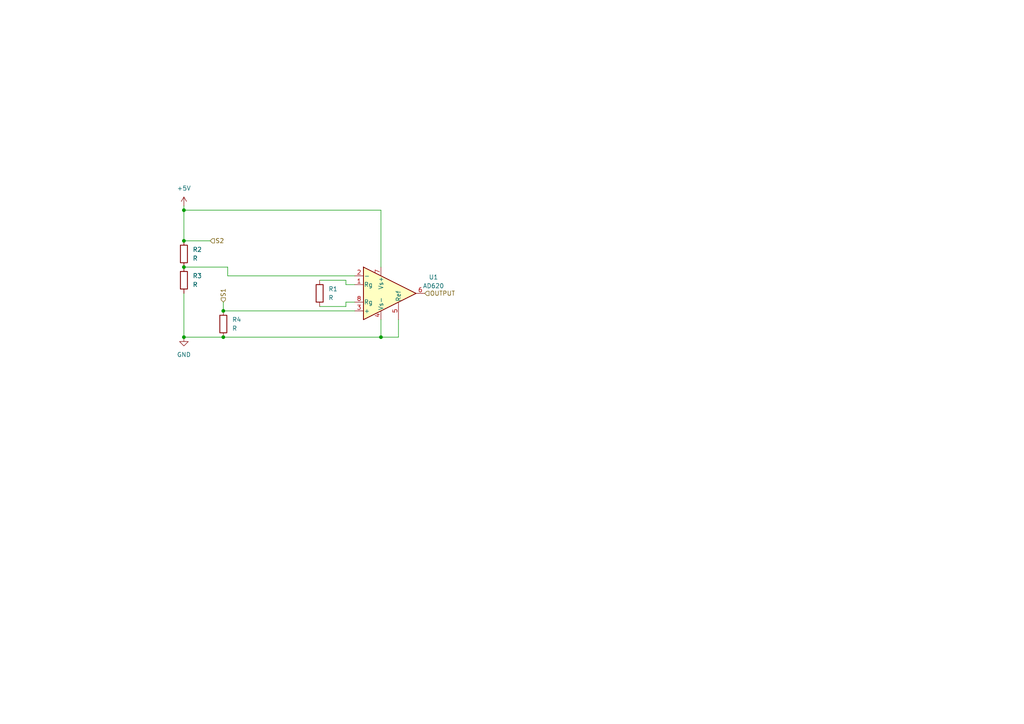
<source format=kicad_sch>
(kicad_sch (version 20211123) (generator eeschema)
  (paper "A4")
  (lib_symbols
    (symbol "Amplifier_Instrumentation:AD620" (pin_names (offset 0.127))
      (property "Reference" "U" (at 3.81 7.62 0))
      (property "Value" "AD620" (at 5.08 5.08 0))
      (symbol "AD620_0_1"
        (polyline (pts (xy -7.62 7.62) (xy -7.62 -7.62) (xy 7.62 0) (xy -7.62 7.62)) (stroke (width 0.254)) (fill (type background)))
      )
      (symbol "AD620_1_1"
        (pin passive line (at -10.16 2.54 0) (length 2.54) (name "Rg") (number "1"))
        (pin input line (at -10.16 5.08 0) (length 2.54) (name "-") (number "2"))
        (pin input line (at -10.16 -5.08 0) (length 2.54) (name "+") (number "3"))
        (pin power_in line (at -2.54 -7.62 90) (length 2.54) (name "Vs-") (number "4"))
        (pin passive line (at 2.54 -7.62 90) (length 5.08) (name "Ref") (number "5"))
        (pin output line (at 10.16 0 180) (length 2.54) (name "~") (number "6"))
        (pin power_in line (at -2.54 7.62 270) (length 2.54) (name "Vs+") (number "7"))
        (pin passive line (at -10.16 -2.54 0) (length 2.54) (name "Rg") (number "8"))
      )
    )
    (symbol "Device:R" (pin_numbers hide) (pin_names (offset 0))
      (property "Reference" "R" (at 2.032 0 90))
      (property "Value" "R" (at 0 0 90))
      (symbol "R_0_1"
        (rectangle (start -1.016 -2.54) (end 1.016 2.54) (stroke (width 0.254)))
      )
      (symbol "R_1_1"
        (pin passive line (at 0 3.81 270) (length 1.27) (name "~") (number "1"))
        (pin passive line (at 0 -3.81 90) (length 1.27) (name "~") (number "2"))
      )
    )
    (symbol "power:+5V" (power) (pin_names (offset 0))
      (property "Value" "+5V" (at 0 3.556 0))
      (symbol "+5V_0_1"
        (polyline (pts (xy -0.762 1.27) (xy 0 2.54)))
        (polyline (pts (xy 0 0) (xy 0 2.54)))
        (polyline (pts (xy 0 2.54) (xy 0.762 1.27)))
      )
      (symbol "+5V_1_1"
        (pin power_in line (at 0 0 90) (length 0) hide (name "+5V") (number "1"))
      )
    )
    (symbol "power:GND" (power) (pin_names (offset 0))
      (property "Value" "GND" (at 0 -3.81 0))
      (symbol "GND_0_1"
        (polyline (pts (xy 0 0) (xy 0 -1.27) (xy 1.27 -1.27) (xy 0 -2.54) (xy -1.27 -1.27) (xy 0 -1.27)))
      )
      (symbol "GND_1_1"
        (pin power_in line (at 0 0 270) (length 0) hide (name "GND") (number "1"))
      )
    )
  )
  (junction (at 53.34 97.79))
  (junction (at 53.34 60.96))
  (junction (at 64.77 90.17))
  (junction (at 53.34 69.85))
  (junction (at 110.49 97.79))
  (junction (at 64.77 97.79))
  (junction (at 53.34 77.47))
  (wire (pts (xy 92.71 81.28) (xy 100.33 81.28)))
  (wire (pts (xy 66.04 77.47) (xy 53.34 77.47)))
  (wire (pts (xy 64.77 90.17) (xy 102.87 90.17)))
  (wire (pts (xy 110.49 77.47) (xy 110.49 60.96)))
  (wire (pts (xy 110.49 60.96) (xy 53.34 60.96)))
  (wire (pts (xy 64.77 87.63) (xy 64.77 90.17)))
  (wire (pts (xy 53.34 97.79) (xy 64.77 97.79)))
  (wire (pts (xy 53.34 85.09) (xy 53.34 97.79)))
  (wire (pts (xy 115.57 92.71) (xy 115.57 97.79)))
  (wire (pts (xy 53.34 69.85) (xy 60.96 69.85)))
  (wire (pts (xy 53.34 60.96) (xy 53.34 69.85)))
  (wire (pts (xy 100.33 88.9) (xy 92.71 88.9)))
  (wire (pts (xy 100.33 82.55) (xy 102.87 82.55)))
  (wire (pts (xy 66.04 80.01) (xy 66.04 77.47)))
  (wire (pts (xy 100.33 81.28) (xy 100.33 82.55)))
  (wire (pts (xy 53.34 59.69) (xy 53.34 60.96)))
  (wire (pts (xy 102.87 80.01) (xy 66.04 80.01)))
  (wire (pts (xy 102.87 87.63) (xy 100.33 87.63)))
  (wire (pts (xy 110.49 92.71) (xy 110.49 97.79)))
  (wire (pts (xy 115.57 97.79) (xy 110.49 97.79)))
  (wire (pts (xy 64.77 97.79) (xy 110.49 97.79)))
  (wire (pts (xy 100.33 87.63) (xy 100.33 88.9)))
  (hierarchical_label "OUTPUT" (shape input) (at 123.19 85.09 0))
  (hierarchical_label "S1" (shape input) (at 64.77 87.63 90))
  (hierarchical_label "S2" (shape input) (at 60.96 69.85 0))
  (symbol (lib_id "Device:R") (at 64.77 93.98 180) (unit 1)
    (property "Reference" "R4" (at 67.31 92.7099 0) (effects (justify right)))
    (property "Value" "R" (at 67.31 95.2499 0) (effects (justify right)))
    (property "Footprint" "Resistor_SMD:R_1206_3216Metric" (effects hide))
  )
  (symbol (lib_id "Amplifier_Instrumentation:AD620") (at 113.03 85.09 0) (unit 1)
    (property "Reference" "U1" (at 125.73 80.391 0))
    (property "Value" "AD620" (at 125.73 82.931 0))
    (property "Footprint" "EECapstone:DIP787W46P254L1016H533Q8" (effects hide))
    (property "Datasheet" "https://www.analog.com/media/en/technical-documentation/data-sheets/AD620.pdf" (effects hide))
  )
  (symbol (lib_id "Device:R") (at 53.34 81.28 180) (unit 1)
    (property "Reference" "R3" (at 55.88 80.0099 0) (effects (justify right)))
    (property "Value" "R" (at 55.88 82.5499 0) (effects (justify right)))
    (property "Footprint" "Resistor_SMD:R_1206_3216Metric" (effects hide))
  )
  (symbol (lib_id "power:+5V") (at 53.34 59.69 0) (unit 1)
    (property "Reference" "#PWR0102" (effects hide))
    (property "Value" "+5V" (at 53.34 54.61 0))
  )
  (symbol (lib_id "Device:R") (at 92.71 85.09 0) (unit 1)
    (property "Reference" "R1" (at 95.25 83.8199 0) (effects (justify left)))
    (property "Value" "R" (at 95.25 86.3599 0) (effects (justify left)))
    (property "Footprint" "Resistor_SMD:R_1206_3216Metric" (effects hide))
  )
  (symbol (lib_id "Device:R") (at 53.34 73.66 180) (unit 1)
    (property "Reference" "R2" (at 55.88 72.3899 0) (effects (justify right)))
    (property "Value" "R" (at 55.88 74.9299 0) (effects (justify right)))
    (property "Footprint" "Resistor_SMD:R_1206_3216Metric" (effects hide))
  )
  (symbol (lib_id "power:GND") (at 53.34 97.79 0) (unit 1)
    (property "Reference" "#PWR0101" (effects hide))
    (property "Value" "GND" (at 53.34 102.87 0))
  )
)
</source>
